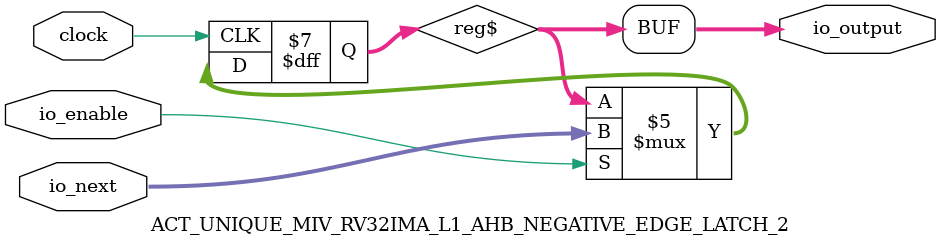
<source format=v>
`define RANDOMIZE
`timescale 1ns/10ps
module ACT_UNIQUE_MIV_RV32IMA_L1_AHB_NEGATIVE_EDGE_LATCH_2(
  input        clock,
  input  [4:0] io_next,
  input        io_enable,
  output [4:0] io_output
);
  reg [4:0] reg$;
  reg [31:0] _RAND_0;
  wire [4:0] _GEN_0;
  assign io_output = reg$;
  assign _GEN_0 = io_enable ? io_next : reg$;
`ifdef RANDOMIZE
  integer initvar;
  initial begin
    `ifndef verilator
      #0.002 begin end
    `endif
  `ifdef RANDOMIZE_REG_INIT
  _RAND_0 = {1{$random}};
  reg$ = _RAND_0[4:0];
  `endif // RANDOMIZE_REG_INIT
  end
`endif // RANDOMIZE
  always @(posedge clock) begin
    if (io_enable) begin
      reg$ <= io_next;
    end
  end
endmodule

</source>
